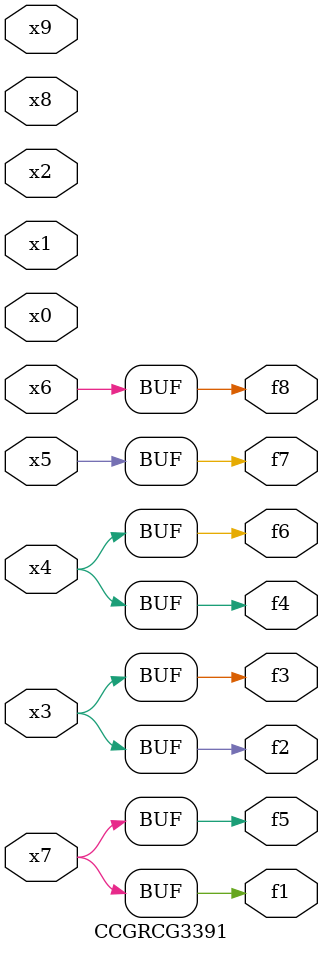
<source format=v>
module CCGRCG3391(
	input x0, x1, x2, x3, x4, x5, x6, x7, x8, x9,
	output f1, f2, f3, f4, f5, f6, f7, f8
);
	assign f1 = x7;
	assign f2 = x3;
	assign f3 = x3;
	assign f4 = x4;
	assign f5 = x7;
	assign f6 = x4;
	assign f7 = x5;
	assign f8 = x6;
endmodule

</source>
